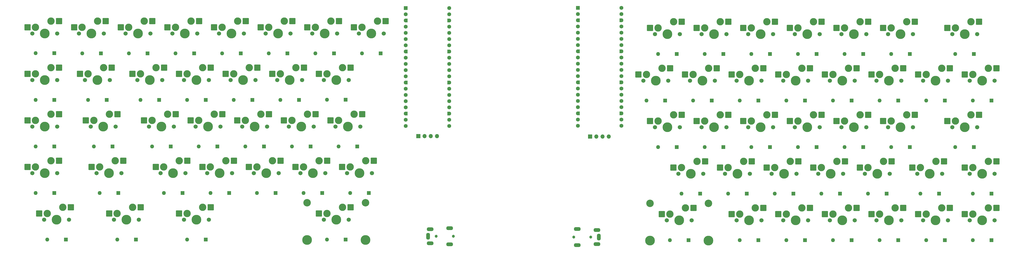
<source format=gbr>
%TF.GenerationSoftware,KiCad,Pcbnew,8.0.8*%
%TF.CreationDate,2025-03-06T07:07:31-06:00*%
%TF.ProjectId,keyboardv2,6b657962-6f61-4726-9476-322e6b696361,rev?*%
%TF.SameCoordinates,Original*%
%TF.FileFunction,Soldermask,Bot*%
%TF.FilePolarity,Negative*%
%FSLAX46Y46*%
G04 Gerber Fmt 4.6, Leading zero omitted, Abs format (unit mm)*
G04 Created by KiCad (PCBNEW 8.0.8) date 2025-03-06 07:07:31*
%MOMM*%
%LPD*%
G01*
G04 APERTURE LIST*
G04 Aperture macros list*
%AMRoundRect*
0 Rectangle with rounded corners*
0 $1 Rounding radius*
0 $2 $3 $4 $5 $6 $7 $8 $9 X,Y pos of 4 corners*
0 Add a 4 corners polygon primitive as box body*
4,1,4,$2,$3,$4,$5,$6,$7,$8,$9,$2,$3,0*
0 Add four circle primitives for the rounded corners*
1,1,$1+$1,$2,$3*
1,1,$1+$1,$4,$5*
1,1,$1+$1,$6,$7*
1,1,$1+$1,$8,$9*
0 Add four rect primitives between the rounded corners*
20,1,$1+$1,$2,$3,$4,$5,0*
20,1,$1+$1,$4,$5,$6,$7,0*
20,1,$1+$1,$6,$7,$8,$9,0*
20,1,$1+$1,$8,$9,$2,$3,0*%
%AMFreePoly0*
4,1,28,0.605014,0.794986,0.644504,0.794986,0.724698,0.756366,0.780194,0.686777,0.800000,0.600000,0.800000,-0.600000,0.780194,-0.686777,0.724698,-0.756366,0.644504,-0.794986,0.605014,-0.794986,0.600000,-0.800000,0.000000,-0.800000,-0.178017,-0.779942,-0.347107,-0.720775,-0.498792,-0.625465,-0.625465,-0.498792,-0.720775,-0.347107,-0.779942,-0.178017,-0.800000,0.000000,-0.779942,0.178017,
-0.720775,0.347107,-0.625465,0.498792,-0.498792,0.625465,-0.347107,0.720775,-0.178017,0.779942,0.000000,0.800000,0.600000,0.800000,0.605014,0.794986,0.605014,0.794986,$1*%
%AMFreePoly1*
4,1,28,0.178017,0.779942,0.347107,0.720775,0.498792,0.625465,0.625465,0.498792,0.720775,0.347107,0.779942,0.178017,0.800000,0.000000,0.779942,-0.178017,0.720775,-0.347107,0.625465,-0.498792,0.498792,-0.625465,0.347107,-0.720775,0.178017,-0.779942,0.000000,-0.800000,-0.600000,-0.800000,-0.605014,-0.794986,-0.644504,-0.794986,-0.724698,-0.756366,-0.780194,-0.686777,-0.800000,-0.600000,
-0.800000,0.600000,-0.780194,0.686777,-0.724698,0.756366,-0.644504,0.794986,-0.605014,0.794986,-0.600000,0.800000,0.000000,0.800000,0.178017,0.779942,0.178017,0.779942,$1*%
G04 Aperture macros list end*
%ADD10C,1.701800*%
%ADD11C,3.000000*%
%ADD12C,3.987800*%
%ADD13RoundRect,0.200000X-1.075000X-1.050000X1.075000X-1.050000X1.075000X1.050000X-1.075000X1.050000X0*%
%ADD14C,3.048000*%
%ADD15RoundRect,0.200000X-0.600000X-0.600000X0.600000X-0.600000X0.600000X0.600000X-0.600000X0.600000X0*%
%ADD16C,1.600000*%
%ADD17FreePoly0,0.000000*%
%ADD18FreePoly1,0.000000*%
%ADD19R,1.700000X1.700000*%
%ADD20O,1.700000X1.700000*%
%ADD21C,1.200000*%
%ADD22O,1.512000X2.820000*%
%ADD23O,2.820000X1.512000*%
%ADD24R,1.600000X1.600000*%
%ADD25O,1.600000X1.600000*%
G04 APERTURE END LIST*
D10*
%TO.C,SW69*%
X52520000Y-137550000D03*
D11*
X53790000Y-135010000D03*
D12*
X57600000Y-137550000D03*
D11*
X60140000Y-132470000D03*
D10*
X62680000Y-137550000D03*
D13*
X50515000Y-135010000D03*
X63442000Y-132470000D03*
%TD*%
D10*
%TO.C,SW68*%
X52520000Y-118500000D03*
D11*
X53790000Y-115960000D03*
D12*
X57600000Y-118500000D03*
D11*
X60140000Y-113420000D03*
D10*
X62680000Y-118500000D03*
D13*
X50515000Y-115960000D03*
X63442000Y-113420000D03*
%TD*%
D10*
%TO.C,SW67*%
X52520000Y-99450000D03*
D11*
X53790000Y-96910000D03*
D12*
X57600000Y-99450000D03*
D11*
X60140000Y-94370000D03*
D10*
X62680000Y-99450000D03*
D13*
X50515000Y-96910000D03*
X63442000Y-94370000D03*
%TD*%
D10*
%TO.C,SW66*%
X52520000Y-80400000D03*
D11*
X53790000Y-77860000D03*
D12*
X57600000Y-80400000D03*
D11*
X60140000Y-75320000D03*
D10*
X62680000Y-80400000D03*
D13*
X50515000Y-77860000D03*
X63442000Y-75320000D03*
%TD*%
D10*
%TO.C,SW65*%
X435520000Y-156850000D03*
D11*
X436790000Y-154310000D03*
D12*
X440600000Y-156850000D03*
D11*
X443140000Y-151770000D03*
D10*
X445680000Y-156850000D03*
D13*
X433515000Y-154310000D03*
X446442000Y-151770000D03*
%TD*%
D10*
%TO.C,SW64*%
X416470000Y-156850000D03*
D11*
X417740000Y-154310000D03*
D12*
X421550000Y-156850000D03*
D11*
X424090000Y-151770000D03*
D10*
X426630000Y-156850000D03*
D13*
X414465000Y-154310000D03*
X427392000Y-151770000D03*
%TD*%
D10*
%TO.C,SW63*%
X397420000Y-156850000D03*
D11*
X398690000Y-154310000D03*
D12*
X402500000Y-156850000D03*
D11*
X405040000Y-151770000D03*
D10*
X407580000Y-156850000D03*
D13*
X395415000Y-154310000D03*
X408342000Y-151770000D03*
%TD*%
D10*
%TO.C,SW62*%
X378370000Y-156850000D03*
D11*
X379640000Y-154310000D03*
D12*
X383450000Y-156850000D03*
D11*
X385990000Y-151770000D03*
D10*
X388530000Y-156850000D03*
D13*
X376365000Y-154310000D03*
X389292000Y-151770000D03*
%TD*%
D10*
%TO.C,SW61*%
X359320000Y-156850000D03*
D11*
X360590000Y-154310000D03*
D12*
X364400000Y-156850000D03*
D11*
X366940000Y-151770000D03*
D10*
X369480000Y-156850000D03*
D13*
X357315000Y-154310000D03*
X370242000Y-151770000D03*
%TD*%
D10*
%TO.C,SW60*%
X340270000Y-156850000D03*
D11*
X341540000Y-154310000D03*
D12*
X345350000Y-156850000D03*
D11*
X347890000Y-151770000D03*
D10*
X350430000Y-156850000D03*
D13*
X338265000Y-154310000D03*
X351192000Y-151770000D03*
%TD*%
D14*
%TO.C,SW59*%
X304862000Y-149865000D03*
D12*
X304862000Y-165105000D03*
D10*
X311720000Y-156850000D03*
D11*
X312990000Y-154310000D03*
D12*
X316800000Y-156850000D03*
D11*
X319340000Y-151770000D03*
D10*
X321880000Y-156850000D03*
D14*
X328738000Y-149865000D03*
D12*
X328738000Y-165105000D03*
D13*
X309715000Y-154310000D03*
X322642000Y-151770000D03*
%TD*%
D14*
%TO.C,SW58*%
X164712000Y-149615000D03*
D12*
X164712000Y-164855000D03*
D10*
X171570000Y-156600000D03*
D11*
X172840000Y-154060000D03*
D12*
X176650000Y-156600000D03*
D11*
X179190000Y-151520000D03*
D10*
X181730000Y-156600000D03*
D14*
X188588000Y-149615000D03*
D12*
X188588000Y-164855000D03*
D13*
X169565000Y-154060000D03*
X182492000Y-151520000D03*
%TD*%
D10*
%TO.C,SW57*%
X114420000Y-156600000D03*
D11*
X115690000Y-154060000D03*
D12*
X119500000Y-156600000D03*
D11*
X122040000Y-151520000D03*
D10*
X124580000Y-156600000D03*
D13*
X112415000Y-154060000D03*
X125342000Y-151520000D03*
%TD*%
D10*
%TO.C,SW56*%
X85870000Y-156600000D03*
D11*
X87140000Y-154060000D03*
D12*
X90950000Y-156600000D03*
D11*
X93490000Y-151520000D03*
D10*
X96030000Y-156600000D03*
D13*
X83865000Y-154060000D03*
X96792000Y-151520000D03*
%TD*%
D10*
%TO.C,SW55*%
X57270000Y-156600000D03*
D11*
X58540000Y-154060000D03*
D12*
X62350000Y-156600000D03*
D11*
X64890000Y-151520000D03*
D10*
X67430000Y-156600000D03*
D13*
X55265000Y-154060000D03*
X68192000Y-151520000D03*
%TD*%
D10*
%TO.C,SW54*%
X435520000Y-137800000D03*
D11*
X436790000Y-135260000D03*
D12*
X440600000Y-137800000D03*
D11*
X443140000Y-132720000D03*
D10*
X445680000Y-137800000D03*
D13*
X433515000Y-135260000D03*
X446442000Y-132720000D03*
%TD*%
D10*
%TO.C,SW53*%
X414070000Y-137800000D03*
D11*
X415340000Y-135260000D03*
D12*
X419150000Y-137800000D03*
D11*
X421690000Y-132720000D03*
D10*
X424230000Y-137800000D03*
D13*
X412065000Y-135260000D03*
X424992000Y-132720000D03*
%TD*%
D10*
%TO.C,SW52*%
X392670000Y-137800000D03*
D11*
X393940000Y-135260000D03*
D12*
X397750000Y-137800000D03*
D11*
X400290000Y-132720000D03*
D10*
X402830000Y-137800000D03*
D13*
X390665000Y-135260000D03*
X403592000Y-132720000D03*
%TD*%
D10*
%TO.C,SW51*%
X373620000Y-137800000D03*
D11*
X374890000Y-135260000D03*
D12*
X378700000Y-137800000D03*
D11*
X381240000Y-132720000D03*
D10*
X383780000Y-137800000D03*
D13*
X371615000Y-135260000D03*
X384542000Y-132720000D03*
%TD*%
D10*
%TO.C,SW50*%
X354570000Y-137800000D03*
D11*
X355840000Y-135260000D03*
D12*
X359650000Y-137800000D03*
D11*
X362190000Y-132720000D03*
D10*
X364730000Y-137800000D03*
D13*
X352565000Y-135260000D03*
X365492000Y-132720000D03*
%TD*%
D10*
%TO.C,SW49*%
X335520000Y-137800000D03*
D11*
X336790000Y-135260000D03*
D12*
X340600000Y-137800000D03*
D11*
X343140000Y-132720000D03*
D10*
X345680000Y-137800000D03*
D13*
X333515000Y-135260000D03*
X346442000Y-132720000D03*
%TD*%
D10*
%TO.C,SW48*%
X316470000Y-137800000D03*
D11*
X317740000Y-135260000D03*
D12*
X321550000Y-137800000D03*
D11*
X324090000Y-132720000D03*
D10*
X326630000Y-137800000D03*
D13*
X314465000Y-135260000D03*
X327392000Y-132720000D03*
%TD*%
D10*
%TO.C,SW47*%
X181070000Y-137550000D03*
D11*
X182340000Y-135010000D03*
D12*
X186150000Y-137550000D03*
D11*
X188690000Y-132470000D03*
D10*
X191230000Y-137550000D03*
D13*
X179065000Y-135010000D03*
X191992000Y-132470000D03*
%TD*%
D10*
%TO.C,SW46*%
X162020000Y-137550000D03*
D11*
X163290000Y-135010000D03*
D12*
X167100000Y-137550000D03*
D11*
X169640000Y-132470000D03*
D10*
X172180000Y-137550000D03*
D13*
X160015000Y-135010000D03*
X172942000Y-132470000D03*
%TD*%
D10*
%TO.C,SW45*%
X142990000Y-137550000D03*
D11*
X144260000Y-135010000D03*
D12*
X148070000Y-137550000D03*
D11*
X150610000Y-132470000D03*
D10*
X153150000Y-137550000D03*
D13*
X140985000Y-135010000D03*
X153912000Y-132470000D03*
%TD*%
D10*
%TO.C,SW44*%
X123970000Y-137550000D03*
D11*
X125240000Y-135010000D03*
D12*
X129050000Y-137550000D03*
D11*
X131590000Y-132470000D03*
D10*
X134130000Y-137550000D03*
D13*
X121965000Y-135010000D03*
X134892000Y-132470000D03*
%TD*%
D10*
%TO.C,SW43*%
X104920000Y-137550000D03*
D11*
X106190000Y-135010000D03*
D12*
X110000000Y-137550000D03*
D11*
X112540000Y-132470000D03*
D10*
X115080000Y-137550000D03*
D13*
X102915000Y-135010000D03*
X115842000Y-132470000D03*
%TD*%
D10*
%TO.C,SW42*%
X78720000Y-137550000D03*
D11*
X79990000Y-135010000D03*
D12*
X83800000Y-137550000D03*
D11*
X86340000Y-132470000D03*
D10*
X88880000Y-137550000D03*
D13*
X76715000Y-135010000D03*
X89642000Y-132470000D03*
%TD*%
D10*
%TO.C,SW41*%
X428370000Y-118750000D03*
D11*
X429640000Y-116210000D03*
D12*
X433450000Y-118750000D03*
D11*
X435990000Y-113670000D03*
D10*
X438530000Y-118750000D03*
D13*
X426365000Y-116210000D03*
X439292000Y-113670000D03*
%TD*%
D10*
%TO.C,SW40*%
X402170000Y-118750000D03*
D11*
X403440000Y-116210000D03*
D12*
X407250000Y-118750000D03*
D11*
X409790000Y-113670000D03*
D10*
X412330000Y-118750000D03*
D13*
X400165000Y-116210000D03*
X413092000Y-113670000D03*
%TD*%
D10*
%TO.C,SW39*%
X383120000Y-118750000D03*
D11*
X384390000Y-116210000D03*
D12*
X388200000Y-118750000D03*
D11*
X390740000Y-113670000D03*
D10*
X393280000Y-118750000D03*
D13*
X381115000Y-116210000D03*
X394042000Y-113670000D03*
%TD*%
D10*
%TO.C,SW38*%
X364070000Y-118750000D03*
D11*
X365340000Y-116210000D03*
D12*
X369150000Y-118750000D03*
D11*
X371690000Y-113670000D03*
D10*
X374230000Y-118750000D03*
D13*
X362065000Y-116210000D03*
X374992000Y-113670000D03*
%TD*%
D10*
%TO.C,SW37*%
X345020000Y-118750000D03*
D11*
X346290000Y-116210000D03*
D12*
X350100000Y-118750000D03*
D11*
X352640000Y-113670000D03*
D10*
X355180000Y-118750000D03*
D13*
X343015000Y-116210000D03*
X355942000Y-113670000D03*
%TD*%
D10*
%TO.C,SW36*%
X325970000Y-118750000D03*
D11*
X327240000Y-116210000D03*
D12*
X331050000Y-118750000D03*
D11*
X333590000Y-113670000D03*
D10*
X336130000Y-118750000D03*
D13*
X323965000Y-116210000D03*
X336892000Y-113670000D03*
%TD*%
D10*
%TO.C,SW35*%
X306920000Y-118750000D03*
D11*
X308190000Y-116210000D03*
D12*
X312000000Y-118750000D03*
D11*
X314540000Y-113670000D03*
D10*
X317080000Y-118750000D03*
D13*
X304915000Y-116210000D03*
X317842000Y-113670000D03*
%TD*%
D10*
%TO.C,SW34*%
X176320000Y-118500000D03*
D11*
X177590000Y-115960000D03*
D12*
X181400000Y-118500000D03*
D11*
X183940000Y-113420000D03*
D10*
X186480000Y-118500000D03*
D13*
X174315000Y-115960000D03*
X187242000Y-113420000D03*
%TD*%
D10*
%TO.C,SW33*%
X157270000Y-118500000D03*
D11*
X158540000Y-115960000D03*
D12*
X162350000Y-118500000D03*
D11*
X164890000Y-113420000D03*
D10*
X167430000Y-118500000D03*
D13*
X155265000Y-115960000D03*
X168192000Y-113420000D03*
%TD*%
D10*
%TO.C,SW32*%
X138220000Y-118500000D03*
D11*
X139490000Y-115960000D03*
D12*
X143300000Y-118500000D03*
D11*
X145840000Y-113420000D03*
D10*
X148380000Y-118500000D03*
D13*
X136215000Y-115960000D03*
X149142000Y-113420000D03*
%TD*%
D10*
%TO.C,SW31*%
X119170000Y-118500000D03*
D11*
X120440000Y-115960000D03*
D12*
X124250000Y-118500000D03*
D11*
X126790000Y-113420000D03*
D10*
X129330000Y-118500000D03*
D13*
X117165000Y-115960000D03*
X130092000Y-113420000D03*
%TD*%
D10*
%TO.C,SW30*%
X100120000Y-118500000D03*
D11*
X101390000Y-115960000D03*
D12*
X105200000Y-118500000D03*
D11*
X107740000Y-113420000D03*
D10*
X110280000Y-118500000D03*
D13*
X98115000Y-115960000D03*
X111042000Y-113420000D03*
%TD*%
D10*
%TO.C,SW29*%
X76320000Y-118500000D03*
D11*
X77590000Y-115960000D03*
D12*
X81400000Y-118500000D03*
D11*
X83940000Y-113420000D03*
D10*
X86480000Y-118500000D03*
D13*
X74315000Y-115960000D03*
X87242000Y-113420000D03*
%TD*%
D10*
%TO.C,SW28*%
X435520000Y-99700000D03*
D11*
X436790000Y-97160000D03*
D12*
X440600000Y-99700000D03*
D11*
X443140000Y-94620000D03*
D10*
X445680000Y-99700000D03*
D13*
X433515000Y-97160000D03*
X446442000Y-94620000D03*
%TD*%
D10*
%TO.C,SW27*%
X416470000Y-99700000D03*
D11*
X417740000Y-97160000D03*
D12*
X421550000Y-99700000D03*
D11*
X424090000Y-94620000D03*
D10*
X426630000Y-99700000D03*
D13*
X414465000Y-97160000D03*
X427392000Y-94620000D03*
%TD*%
D10*
%TO.C,SW26*%
X397420000Y-99700000D03*
D11*
X398690000Y-97160000D03*
D12*
X402500000Y-99700000D03*
D11*
X405040000Y-94620000D03*
D10*
X407580000Y-99700000D03*
D13*
X395415000Y-97160000D03*
X408342000Y-94620000D03*
%TD*%
D10*
%TO.C,SW25*%
X378370000Y-99700000D03*
D11*
X379640000Y-97160000D03*
D12*
X383450000Y-99700000D03*
D11*
X385990000Y-94620000D03*
D10*
X388530000Y-99700000D03*
D13*
X376365000Y-97160000D03*
X389292000Y-94620000D03*
%TD*%
D10*
%TO.C,SW24*%
X359320000Y-99700000D03*
D11*
X360590000Y-97160000D03*
D12*
X364400000Y-99700000D03*
D11*
X366940000Y-94620000D03*
D10*
X369480000Y-99700000D03*
D13*
X357315000Y-97160000D03*
X370242000Y-94620000D03*
%TD*%
D10*
%TO.C,SW23*%
X340270000Y-99700000D03*
D11*
X341540000Y-97160000D03*
D12*
X345350000Y-99700000D03*
D11*
X347890000Y-94620000D03*
D10*
X350430000Y-99700000D03*
D13*
X338265000Y-97160000D03*
X351192000Y-94620000D03*
%TD*%
D10*
%TO.C,SW22*%
X321220000Y-99700000D03*
D11*
X322490000Y-97160000D03*
D12*
X326300000Y-99700000D03*
D11*
X328840000Y-94620000D03*
D10*
X331380000Y-99700000D03*
D13*
X319215000Y-97160000D03*
X332142000Y-94620000D03*
%TD*%
D10*
%TO.C,SW21*%
X302170000Y-99700000D03*
D11*
X303440000Y-97160000D03*
D12*
X307250000Y-99700000D03*
D11*
X309790000Y-94620000D03*
D10*
X312330000Y-99700000D03*
D13*
X300165000Y-97160000D03*
X313092000Y-94620000D03*
%TD*%
D10*
%TO.C,SW20*%
X171570000Y-99450000D03*
D11*
X172840000Y-96910000D03*
D12*
X176650000Y-99450000D03*
D11*
X179190000Y-94370000D03*
D10*
X181730000Y-99450000D03*
D13*
X169565000Y-96910000D03*
X182492000Y-94370000D03*
%TD*%
D10*
%TO.C,SW19*%
X152520000Y-99450000D03*
D11*
X153790000Y-96910000D03*
D12*
X157600000Y-99450000D03*
D11*
X160140000Y-94370000D03*
D10*
X162680000Y-99450000D03*
D13*
X150515000Y-96910000D03*
X163442000Y-94370000D03*
%TD*%
D10*
%TO.C,SW18*%
X133470000Y-99450000D03*
D11*
X134740000Y-96910000D03*
D12*
X138550000Y-99450000D03*
D11*
X141090000Y-94370000D03*
D10*
X143630000Y-99450000D03*
D13*
X131465000Y-96910000D03*
X144392000Y-94370000D03*
%TD*%
D10*
%TO.C,SW17*%
X114420000Y-99450000D03*
D11*
X115690000Y-96910000D03*
D12*
X119500000Y-99450000D03*
D11*
X122040000Y-94370000D03*
D10*
X124580000Y-99450000D03*
D13*
X112415000Y-96910000D03*
X125342000Y-94370000D03*
%TD*%
D10*
%TO.C,SW16*%
X95370000Y-99450000D03*
D11*
X96640000Y-96910000D03*
D12*
X100450000Y-99450000D03*
D11*
X102990000Y-94370000D03*
D10*
X105530000Y-99450000D03*
D13*
X93365000Y-96910000D03*
X106292000Y-94370000D03*
%TD*%
D10*
%TO.C,SW15*%
X73970000Y-99450000D03*
D11*
X75240000Y-96910000D03*
D12*
X79050000Y-99450000D03*
D11*
X81590000Y-94370000D03*
D10*
X84130000Y-99450000D03*
D13*
X71965000Y-96910000D03*
X84892000Y-94370000D03*
%TD*%
D10*
%TO.C,SW14*%
X428370000Y-80650000D03*
D11*
X429640000Y-78110000D03*
D12*
X433450000Y-80650000D03*
D11*
X435990000Y-75570000D03*
D10*
X438530000Y-80650000D03*
D13*
X426365000Y-78110000D03*
X439292000Y-75570000D03*
%TD*%
D10*
%TO.C,SW13*%
X402170000Y-80650000D03*
D11*
X403440000Y-78110000D03*
D12*
X407250000Y-80650000D03*
D11*
X409790000Y-75570000D03*
D10*
X412330000Y-80650000D03*
D13*
X400165000Y-78110000D03*
X413092000Y-75570000D03*
%TD*%
D10*
%TO.C,SW12*%
X383120000Y-80650000D03*
D11*
X384390000Y-78110000D03*
D12*
X388200000Y-80650000D03*
D11*
X390740000Y-75570000D03*
D10*
X393280000Y-80650000D03*
D13*
X381115000Y-78110000D03*
X394042000Y-75570000D03*
%TD*%
D10*
%TO.C,SW11*%
X364070000Y-80650000D03*
D11*
X365340000Y-78110000D03*
D12*
X369150000Y-80650000D03*
D11*
X371690000Y-75570000D03*
D10*
X374230000Y-80650000D03*
D13*
X362065000Y-78110000D03*
X374992000Y-75570000D03*
%TD*%
D10*
%TO.C,SW10*%
X345020000Y-80650000D03*
D11*
X346290000Y-78110000D03*
D12*
X350100000Y-80650000D03*
D11*
X352640000Y-75570000D03*
D10*
X355180000Y-80650000D03*
D13*
X343015000Y-78110000D03*
X355942000Y-75570000D03*
%TD*%
D10*
%TO.C,SW9*%
X325970000Y-80650000D03*
D11*
X327240000Y-78110000D03*
D12*
X331050000Y-80650000D03*
D11*
X333590000Y-75570000D03*
D10*
X336130000Y-80650000D03*
D13*
X323965000Y-78110000D03*
X336892000Y-75570000D03*
%TD*%
D10*
%TO.C,SW8*%
X306920000Y-80650000D03*
D11*
X308190000Y-78110000D03*
D12*
X312000000Y-80650000D03*
D11*
X314540000Y-75570000D03*
D10*
X317080000Y-80650000D03*
D13*
X304915000Y-78110000D03*
X317842000Y-75570000D03*
%TD*%
D10*
%TO.C,SW7*%
X185920000Y-80400000D03*
D11*
X187190000Y-77860000D03*
D12*
X191000000Y-80400000D03*
D11*
X193540000Y-75320000D03*
D10*
X196080000Y-80400000D03*
D13*
X183915000Y-77860000D03*
X196842000Y-75320000D03*
%TD*%
D10*
%TO.C,SW6*%
X166870000Y-80400000D03*
D11*
X168140000Y-77860000D03*
D12*
X171950000Y-80400000D03*
D11*
X174490000Y-75320000D03*
D10*
X177030000Y-80400000D03*
D13*
X164865000Y-77860000D03*
X177792000Y-75320000D03*
%TD*%
D10*
%TO.C,SW5*%
X147820000Y-80400000D03*
D11*
X149090000Y-77860000D03*
D12*
X152900000Y-80400000D03*
D11*
X155440000Y-75320000D03*
D10*
X157980000Y-80400000D03*
D13*
X145815000Y-77860000D03*
X158742000Y-75320000D03*
%TD*%
D10*
%TO.C,SW4*%
X128770000Y-80400000D03*
D11*
X130040000Y-77860000D03*
D12*
X133850000Y-80400000D03*
D11*
X136390000Y-75320000D03*
D10*
X138930000Y-80400000D03*
D13*
X126765000Y-77860000D03*
X139692000Y-75320000D03*
%TD*%
D10*
%TO.C,SW3*%
X109720000Y-80400000D03*
D11*
X110990000Y-77860000D03*
D12*
X114800000Y-80400000D03*
D11*
X117340000Y-75320000D03*
D10*
X119880000Y-80400000D03*
D13*
X107715000Y-77860000D03*
X120642000Y-75320000D03*
%TD*%
D10*
%TO.C,SW2*%
X90620000Y-80400000D03*
D11*
X91890000Y-77860000D03*
D12*
X95700000Y-80400000D03*
D11*
X98240000Y-75320000D03*
D10*
X100780000Y-80400000D03*
D13*
X88615000Y-77860000D03*
X101542000Y-75320000D03*
%TD*%
D10*
%TO.C,SW1*%
X71570000Y-80400000D03*
D11*
X72840000Y-77860000D03*
D12*
X76650000Y-80400000D03*
D11*
X79190000Y-75320000D03*
D10*
X81730000Y-80400000D03*
D13*
X69565000Y-77860000D03*
X82492000Y-75320000D03*
%TD*%
D15*
%TO.C,A1*%
X205070000Y-69980000D03*
D16*
X205070000Y-72520000D03*
D17*
X205070000Y-75060000D03*
D16*
X205070000Y-77600000D03*
X205070000Y-80140000D03*
X205070000Y-82680000D03*
X205070000Y-85220000D03*
D17*
X205070000Y-87760000D03*
D16*
X205070000Y-90300000D03*
X205070000Y-92840000D03*
X205070000Y-95380000D03*
X205070000Y-97920000D03*
D17*
X205070000Y-100460000D03*
D16*
X205070000Y-103000000D03*
X205070000Y-105540000D03*
X205070000Y-108080000D03*
X205070000Y-110620000D03*
D17*
X205070000Y-113160000D03*
D16*
X205070000Y-115700000D03*
X205070000Y-118240000D03*
X222850000Y-118240000D03*
X222850000Y-115700000D03*
D18*
X222850000Y-113160000D03*
D16*
X222850000Y-110620000D03*
X222850000Y-108080000D03*
X222850000Y-105540000D03*
X222850000Y-103000000D03*
D18*
X222850000Y-100460000D03*
D16*
X222850000Y-97920000D03*
X222850000Y-95380000D03*
X222850000Y-92840000D03*
X222850000Y-90300000D03*
D18*
X222850000Y-87760000D03*
D16*
X222850000Y-85220000D03*
X222850000Y-82680000D03*
X222850000Y-80140000D03*
X222850000Y-77600000D03*
D18*
X222850000Y-75060000D03*
D16*
X222850000Y-72520000D03*
X222850000Y-69980000D03*
%TD*%
D15*
%TO.C,A3*%
X275445000Y-69937500D03*
D16*
X275445000Y-72477500D03*
D17*
X275445000Y-75017500D03*
D16*
X275445000Y-77557500D03*
X275445000Y-80097500D03*
X275445000Y-82637500D03*
X275445000Y-85177500D03*
D17*
X275445000Y-87717500D03*
D16*
X275445000Y-90257500D03*
X275445000Y-92797500D03*
X275445000Y-95337500D03*
X275445000Y-97877500D03*
D17*
X275445000Y-100417500D03*
D16*
X275445000Y-102957500D03*
X275445000Y-105497500D03*
X275445000Y-108037500D03*
X275445000Y-110577500D03*
D17*
X275445000Y-113117500D03*
D16*
X275445000Y-115657500D03*
X275445000Y-118197500D03*
X293225000Y-118197500D03*
X293225000Y-115657500D03*
D18*
X293225000Y-113117500D03*
D16*
X293225000Y-110577500D03*
X293225000Y-108037500D03*
X293225000Y-105497500D03*
X293225000Y-102957500D03*
D18*
X293225000Y-100417500D03*
D16*
X293225000Y-97877500D03*
X293225000Y-95337500D03*
X293225000Y-92797500D03*
X293225000Y-90257500D03*
D18*
X293225000Y-87717500D03*
D16*
X293225000Y-85177500D03*
X293225000Y-82637500D03*
X293225000Y-80097500D03*
X293225000Y-77557500D03*
D18*
X293225000Y-75017500D03*
D16*
X293225000Y-72477500D03*
X293225000Y-69937500D03*
%TD*%
D19*
%TO.C,U2*%
X280440000Y-122590000D03*
D20*
X282980000Y-122590000D03*
X285520000Y-122590000D03*
X288060000Y-122590000D03*
%TD*%
D19*
%TO.C,U1*%
X210225000Y-122412500D03*
D20*
X212765000Y-122412500D03*
X215305000Y-122412500D03*
X217845000Y-122412500D03*
%TD*%
D21*
%TO.C,J2*%
X280685000Y-163705000D03*
X273685000Y-163705000D03*
D22*
X283985000Y-163705000D03*
D23*
X283185000Y-160855000D03*
X283185000Y-166555000D03*
X275185000Y-160405000D03*
X275185000Y-167005000D03*
%TD*%
D21*
%TO.C,J1*%
X217520000Y-163377500D03*
X224520000Y-163377500D03*
D22*
X214220000Y-163377500D03*
D23*
X215020000Y-166227500D03*
X215020000Y-160527500D03*
X223020000Y-166677500D03*
X223020000Y-160077500D03*
%TD*%
D24*
%TO.C,D44*%
X132880000Y-145677500D03*
D25*
X125260000Y-145677500D03*
%TD*%
D24*
%TO.C,D54*%
X444395000Y-145955000D03*
D25*
X436775000Y-145955000D03*
%TD*%
D24*
%TO.C,D62*%
X387245000Y-165005000D03*
D25*
X379625000Y-165005000D03*
%TD*%
D24*
%TO.C,D55*%
X66180000Y-164727500D03*
D25*
X58560000Y-164727500D03*
%TD*%
D24*
%TO.C,D63*%
X406295000Y-165005000D03*
D25*
X398675000Y-165005000D03*
%TD*%
D24*
%TO.C,D69*%
X61430000Y-145677500D03*
D25*
X53810000Y-145677500D03*
%TD*%
D24*
%TO.C,D28*%
X444395000Y-107855000D03*
D25*
X436775000Y-107855000D03*
%TD*%
D24*
%TO.C,D52*%
X401545000Y-145955000D03*
D25*
X393925000Y-145955000D03*
%TD*%
D24*
%TO.C,D53*%
X422945000Y-145955000D03*
D25*
X415325000Y-145955000D03*
%TD*%
D24*
%TO.C,D45*%
X151890000Y-145677500D03*
D25*
X144270000Y-145677500D03*
%TD*%
D24*
%TO.C,D17*%
X123330000Y-107577500D03*
D25*
X115710000Y-107577500D03*
%TD*%
D24*
%TO.C,D9*%
X334845000Y-88805000D03*
D25*
X327225000Y-88805000D03*
%TD*%
D24*
%TO.C,D35*%
X315795000Y-126905000D03*
D25*
X308175000Y-126905000D03*
%TD*%
D24*
%TO.C,D12*%
X391995000Y-88805000D03*
D25*
X384375000Y-88805000D03*
%TD*%
D24*
%TO.C,D4*%
X137680000Y-88527500D03*
D25*
X130060000Y-88527500D03*
%TD*%
D24*
%TO.C,D31*%
X128080000Y-126627500D03*
D25*
X120460000Y-126627500D03*
%TD*%
D24*
%TO.C,D43*%
X113830000Y-145677500D03*
D25*
X106210000Y-145677500D03*
%TD*%
D24*
%TO.C,D18*%
X142390000Y-107577500D03*
D25*
X134770000Y-107577500D03*
%TD*%
D24*
%TO.C,D50*%
X363445000Y-145955000D03*
D25*
X355825000Y-145955000D03*
%TD*%
D24*
%TO.C,D26*%
X406305000Y-107855000D03*
D25*
X398685000Y-107855000D03*
%TD*%
D24*
%TO.C,D47*%
X189980000Y-145677500D03*
D25*
X182360000Y-145677500D03*
%TD*%
D24*
%TO.C,D33*%
X166180000Y-126627500D03*
D25*
X158560000Y-126627500D03*
%TD*%
D24*
%TO.C,D23*%
X349195000Y-107855000D03*
D25*
X341575000Y-107855000D03*
%TD*%
D24*
%TO.C,D39*%
X391995000Y-126905000D03*
D25*
X384375000Y-126905000D03*
%TD*%
D24*
%TO.C,D24*%
X368195000Y-107855000D03*
D25*
X360575000Y-107855000D03*
%TD*%
D24*
%TO.C,D7*%
X194830000Y-88527500D03*
D25*
X187210000Y-88527500D03*
%TD*%
D24*
%TO.C,D27*%
X425345000Y-107855000D03*
D25*
X417725000Y-107855000D03*
%TD*%
D24*
%TO.C,D48*%
X325345000Y-145955000D03*
D25*
X317725000Y-145955000D03*
%TD*%
D24*
%TO.C,D49*%
X344395000Y-145955000D03*
D25*
X336775000Y-145955000D03*
%TD*%
D24*
%TO.C,D58*%
X180480000Y-164727500D03*
D25*
X172860000Y-164727500D03*
%TD*%
D24*
%TO.C,D13*%
X411055000Y-88805000D03*
D25*
X403435000Y-88805000D03*
%TD*%
D24*
%TO.C,D32*%
X147130000Y-126627500D03*
D25*
X139510000Y-126627500D03*
%TD*%
D24*
%TO.C,D19*%
X161430000Y-107577500D03*
D25*
X153810000Y-107577500D03*
%TD*%
D24*
%TO.C,D57*%
X123330000Y-164727500D03*
D25*
X115710000Y-164727500D03*
%TD*%
D24*
%TO.C,D64*%
X425345000Y-165005000D03*
D25*
X417725000Y-165005000D03*
%TD*%
D24*
%TO.C,D30*%
X109030000Y-126627500D03*
D25*
X101410000Y-126627500D03*
%TD*%
D24*
%TO.C,D38*%
X372945000Y-126905000D03*
D25*
X365325000Y-126905000D03*
%TD*%
D24*
%TO.C,D8*%
X315785000Y-88805000D03*
D25*
X308165000Y-88805000D03*
%TD*%
D24*
%TO.C,D37*%
X353895000Y-126905000D03*
D25*
X346275000Y-126905000D03*
%TD*%
D24*
%TO.C,D68*%
X61430000Y-126627500D03*
D25*
X53810000Y-126627500D03*
%TD*%
D24*
%TO.C,D66*%
X61430000Y-88477500D03*
D25*
X53810000Y-88477500D03*
%TD*%
D24*
%TO.C,D20*%
X180480000Y-107527500D03*
D25*
X172860000Y-107527500D03*
%TD*%
D24*
%TO.C,D29*%
X85230000Y-126627500D03*
D25*
X77610000Y-126627500D03*
%TD*%
D24*
%TO.C,D60*%
X349145000Y-165005000D03*
D25*
X341525000Y-165005000D03*
%TD*%
D24*
%TO.C,D36*%
X334845000Y-126905000D03*
D25*
X327225000Y-126905000D03*
%TD*%
D24*
%TO.C,D15*%
X82880000Y-107577500D03*
D25*
X75260000Y-107577500D03*
%TD*%
D24*
%TO.C,D21*%
X311045000Y-107855000D03*
D25*
X303425000Y-107855000D03*
%TD*%
D24*
%TO.C,D2*%
X99580000Y-88527500D03*
D25*
X91960000Y-88527500D03*
%TD*%
D24*
%TO.C,D1*%
X80480000Y-88527500D03*
D25*
X72860000Y-88527500D03*
%TD*%
D24*
%TO.C,D10*%
X353895000Y-88805000D03*
D25*
X346275000Y-88805000D03*
%TD*%
D24*
%TO.C,D11*%
X372945000Y-88805000D03*
D25*
X365325000Y-88805000D03*
%TD*%
D24*
%TO.C,D61*%
X368195000Y-165005000D03*
D25*
X360575000Y-165005000D03*
%TD*%
D24*
%TO.C,D40*%
X411045000Y-126905000D03*
D25*
X403425000Y-126905000D03*
%TD*%
D24*
%TO.C,D56*%
X94780000Y-164727500D03*
D25*
X87160000Y-164727500D03*
%TD*%
D24*
%TO.C,D6*%
X175780000Y-88527500D03*
D25*
X168160000Y-88527500D03*
%TD*%
D24*
%TO.C,D25*%
X387245000Y-107855000D03*
D25*
X379625000Y-107855000D03*
%TD*%
D24*
%TO.C,D59*%
X320595000Y-165005000D03*
D25*
X312975000Y-165005000D03*
%TD*%
D24*
%TO.C,D34*%
X185230000Y-126627500D03*
D25*
X177610000Y-126627500D03*
%TD*%
D24*
%TO.C,D46*%
X170930000Y-145677500D03*
D25*
X163310000Y-145677500D03*
%TD*%
D24*
%TO.C,D16*%
X104280000Y-107577500D03*
D25*
X96660000Y-107577500D03*
%TD*%
D24*
%TO.C,D22*%
X330095000Y-107855000D03*
D25*
X322475000Y-107855000D03*
%TD*%
D24*
%TO.C,D67*%
X61430000Y-107577500D03*
D25*
X53810000Y-107577500D03*
%TD*%
D24*
%TO.C,D65*%
X444395000Y-165005000D03*
D25*
X436775000Y-165005000D03*
%TD*%
D24*
%TO.C,D42*%
X87630000Y-145677500D03*
D25*
X80010000Y-145677500D03*
%TD*%
D24*
%TO.C,D3*%
X118630000Y-88527500D03*
D25*
X111010000Y-88527500D03*
%TD*%
D24*
%TO.C,D51*%
X382495000Y-145955000D03*
D25*
X374875000Y-145955000D03*
%TD*%
D24*
%TO.C,D41*%
X437245000Y-126905000D03*
D25*
X429625000Y-126905000D03*
%TD*%
D24*
%TO.C,D5*%
X156730000Y-88527500D03*
D25*
X149110000Y-88527500D03*
%TD*%
D24*
%TO.C,D14*%
X437245000Y-88805000D03*
D25*
X429625000Y-88805000D03*
%TD*%
M02*

</source>
